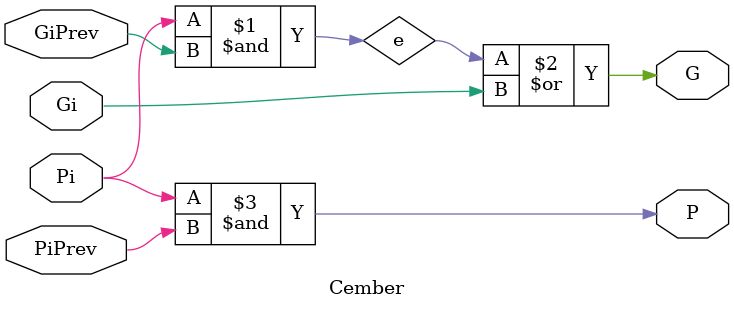
<source format=v>
`timescale 1ns / 1ps
/*
 This step involves computation of carries corresponding to each bit. It uses
group propagate and generate as intermediate signals which are given by the logic
equations below:
Pi:j = Pi:k+1 and Pk:j
Gi:j = Gi:k+1 or (Pi:k+1 and Gk:j )

*/
module Cember(
output G, P, 
input Gi, Pi, GiPrev, PiPrev
);
  
  wire e;
  
  and #(1) (e, Pi, GiPrev);
  
  or #(1) (G, e, Gi);
  
  and #(1) (P, Pi, PiPrev);
  
endmodule

</source>
